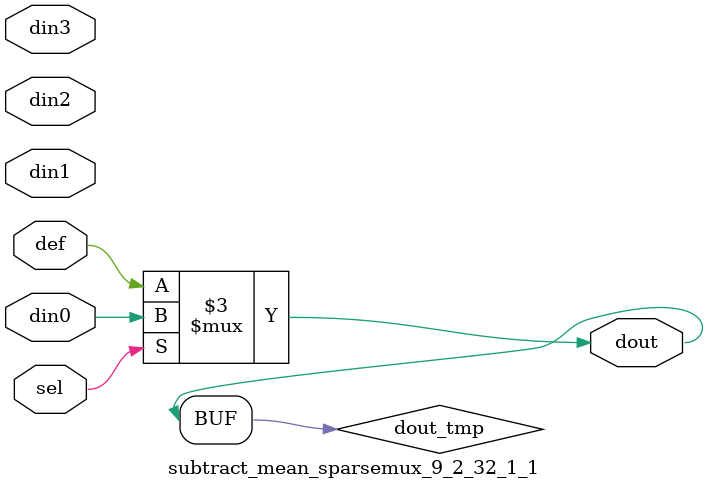
<source format=v>
`timescale 1ns / 1ps

module subtract_mean_sparsemux_9_2_32_1_1 (din0,din1,din2,din3,def,sel,dout);

parameter din0_WIDTH = 1;

parameter din1_WIDTH = 1;

parameter din2_WIDTH = 1;

parameter din3_WIDTH = 1;

parameter def_WIDTH = 1;
parameter sel_WIDTH = 1;
parameter dout_WIDTH = 1;

parameter [sel_WIDTH-1:0] CASE0 = 1;

parameter [sel_WIDTH-1:0] CASE1 = 1;

parameter [sel_WIDTH-1:0] CASE2 = 1;

parameter [sel_WIDTH-1:0] CASE3 = 1;

parameter ID = 1;
parameter NUM_STAGE = 1;



input [din0_WIDTH-1:0] din0;

input [din1_WIDTH-1:0] din1;

input [din2_WIDTH-1:0] din2;

input [din3_WIDTH-1:0] din3;

input [def_WIDTH-1:0] def;
input [sel_WIDTH-1:0] sel;

output [dout_WIDTH-1:0] dout;



reg [dout_WIDTH-1:0] dout_tmp;


always @ (*) begin
(* parallel_case *) case (sel)
    
    CASE0 : dout_tmp = din0;
    
    CASE1 : dout_tmp = din1;
    
    CASE2 : dout_tmp = din2;
    
    CASE3 : dout_tmp = din3;
    
    default : dout_tmp = def;
endcase
end


assign dout = dout_tmp;



endmodule

</source>
